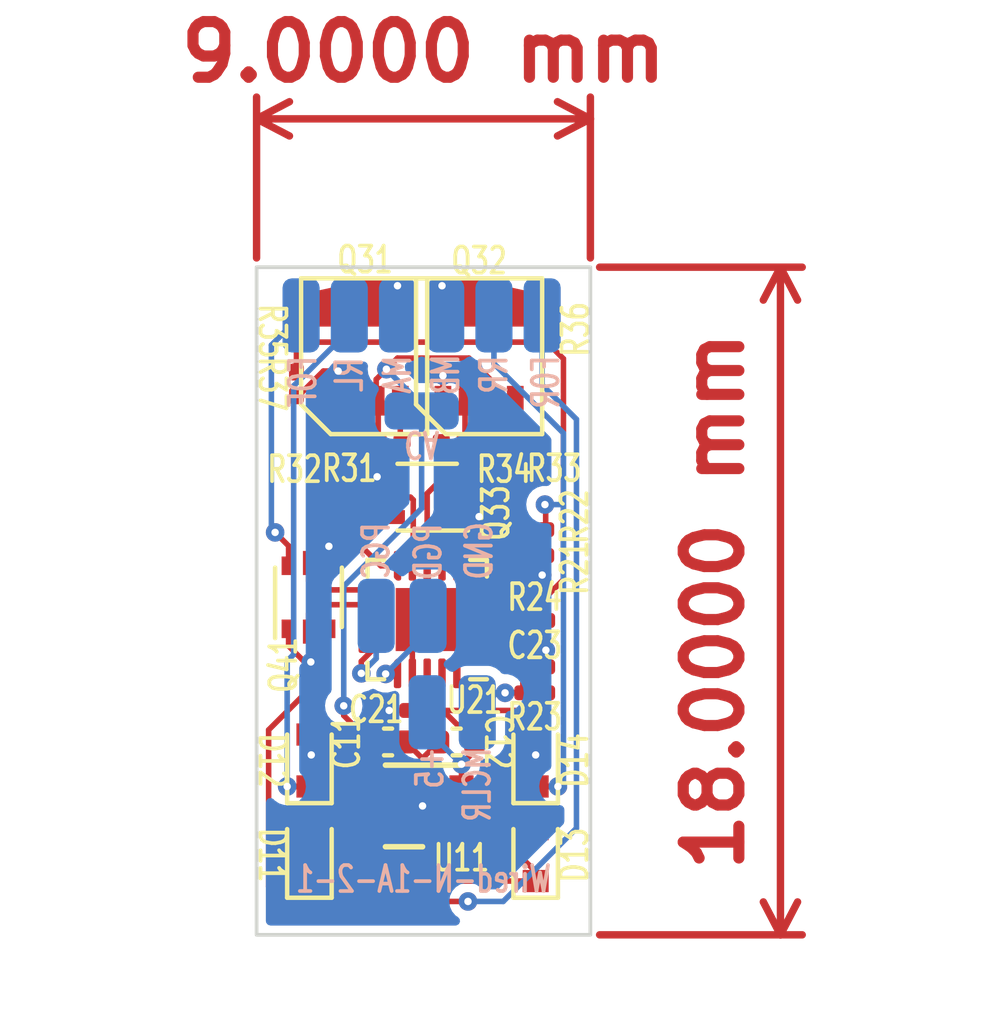
<source format=kicad_pcb>
(kicad_pcb (version 20211014) (generator pcbnew)
  (layers (0 "F.Cu" signal) (31 "B.Cu" signal) (34 "B.Paste" user) (35 "F.Paste" user) (36 "B.SilkS" user "B.Silkscreen") (37 "F.SilkS" user "F.Silkscreen") (38 "B.Mask" user) (39 "F.Mask" user) (44 "Edge.Cuts" user))
  (net 0 "")
  (net 1 "Vdrive")
  (net 2 "GND")
  (net 3 "+5V")
  (net 4 "RAIL_L")
  (net 5 "RAIL_R")
  (net 6 "MOT_A")
  (net 7 "MOT_B")
  (net 8 "Net-(Q31-Pad2)")
  (net 9 "Net-(Q31-Pad4)")
  (net 10 "Net-(Q32-Pad2)")
  (net 11 "Net-(Q32-Pad4)")
  (net 12 "FOF_SP")
  (net 13 "FOR_SP")
  (net 14 "F0R")
  (net 15 "F3")
  (net 16 "BackEMF")
  (net 17 "P1A")
  (net 18 "P1B")
  (net 19 "P1C")
  (net 20 "P1D")
  (net 21 "PGC")
  (net 22 "PGD")
  (net 23 "MCLR")
  (net 24 "F0F")
  (net 26 "Net-(R21-Pad1)")
  (net 31 "Net-(R24-Pad2)")
  (footprint "Resistor_SMD:R_0201_0603Metric" (layer "F.Cu") (at 57.5 61.475 180)
    (fp_text reference "R23" (at 0 -0.65 unlocked) (layer "F.SilkS") (effects (font (size 0.7 0.5) (thickness 0.1))))
    (fp_text value "10K")
    (pad "1" smd roundrect (at -0.32 0 180) (size 0.46 0.4) (layers "F.Cu" "F.Mask") (net 3 "+5V"))
    (pad "2" smd roundrect (at 0.32 0 180) (size 0.46 0.4) (layers "F.Cu" "F.Mask") (net 23 "MCLR"))
  )
  (footprint "Package_DFN_QFN:DFN-6-1EP_2x2mm_P0.65mm_EP1x1.6mm" (layer "F.Cu") (at 54.475 64.525 180)
    (fp_text reference "U11" (at -1.05 -1.4 unlocked) (layer "F.SilkS") (effects (font (size 0.7 0.5) (thickness 0.1))))
    (fp_text value "NCP730BMT500TBG")
    (fp_line (start -1 1.1) (end 1 1.1) (layer "F.SilkS") (width 0.15))
    (fp_line (start 0 -1.1) (end 1 -1.1) (layer "F.SilkS") (width 0.15))
    (pad "1" smd rect (at -1.05 -0.65 180) (size 0.65 0.35) (layers "F.Cu" "F.Paste" "F.Mask") (net 2 "GND"))
    (pad "2" smd rect (at -1.05 0 180) (size 0.65 0.35) (layers "F.Cu" "F.Paste" "F.Mask") (net 1 "Vdrive"))
    (pad "3" smd rect (at -1.05 0.65 180) (size 0.65 0.35) (layers "F.Cu" "F.Paste" "F.Mask") (net 3 "+5V"))
    (pad "4" smd rect (at 1.05 0.65 180) (size 0.65 0.35) (layers "F.Cu" "F.Paste" "F.Mask") (net 1 "Vdrive"))
    (pad "5" smd rect (at 1.05 0 180) (size 0.65 0.35) (layers "F.Cu" "F.Paste" "F.Mask"))
    (pad "6" smd rect (at 1.05 -0.65 180) (size 0.65 0.35) (layers "F.Cu" "F.Paste" "F.Mask"))
    (pad "7" smd rect (at 0 0 180) (size 1 1.6) (layers "F.Cu" "F.Mask") (net 2 "GND"))
  )
  (footprint "Resistor_SMD:R_0201_0603Metric" (layer "F.Cu") (at 57.475 57.075 180)
    (fp_text reference "R22" (at -1.1 0.35 90 unlocked) (layer "F.SilkS") (effects (font (size 0.7 0.5) (thickness 0.1))))
    (fp_text value "6K6")
    (pad "1" smd roundrect (at -0.32 0 180) (size 0.46 0.4) (layers "F.Cu" "F.Mask") (net 5 "RAIL_R"))
    (pad "2" smd roundrect (at 0.32 0 180) (size 0.46 0.4) (layers "F.Cu" "F.Mask") (net 26 "Net-(R21-Pad1)"))
  )
  (footprint "DCC Project Footprints:TSMT8" (layer "F.Cu") (at 52.9 52.4)
    (fp_text reference "Q31" (at 0.025 -2.6 unlocked) (layer "F.SilkS") (effects (font (size 0.7 0.5) (thickness 0.1))))
    (fp_text value "QH8MA3")
    (fp_line (start 1.7 -2.1) (end 1.7 2.1) (layer "F.SilkS") (width 0.12))
    (fp_line (start 1.7 2.1) (end -0.9 2.1) (layer "F.SilkS") (width 0.12))
    (fp_line (start -0.9 2.1) (end -1.7 1.3) (layer "F.SilkS") (width 0.12))
    (fp_line (start -1.7 1.3) (end -1.7 -2.1) (layer "F.SilkS") (width 0.12))
    (fp_line (start -1.7 -2.1) (end 1.7 -2.1) (layer "F.SilkS") (width 0.12))
    (pad "1" smd rect (at -0.975 1.2) (size 0.45 0.8) (layers "F.Cu" "F.Paste" "F.Mask") (net 2 "GND"))
    (pad "2" smd rect (at -0.325 1.2) (size 0.45 0.8) (layers "F.Cu" "F.Paste" "F.Mask") (net 8 "Net-(Q31-Pad2)"))
    (pad "3" smd rect (at 0.325 1.2) (size 0.45 0.8) (layers "F.Cu" "F.Paste" "F.Mask") (net 1 "Vdrive"))
    (pad "4" smd rect (at 0.975 1.2) (size 0.45 0.8) (layers "F.Cu" "F.Paste" "F.Mask") (net 9 "Net-(Q31-Pad4)"))
    (pad "5" smd rect (at 0.975 -1.2) (size 0.45 0.8) (layers "F.Cu" "F.Paste" "F.Mask") (net 6 "MOT_A"))
    (pad "6" smd rect (at 0.325 -1.2) (size 0.45 0.8) (layers "F.Cu" "F.Paste" "F.Mask") (net 6 "MOT_A"))
    (pad "7" smd rect (at -0.325 -1.2) (size 0.45 0.8) (layers "F.Cu" "F.Paste" "F.Mask") (net 6 "MOT_A"))
    (pad "8" smd rect (at -0.975 -1.2) (size 0.45 0.8) (layers "F.Cu" "F.Paste" "F.Mask") (net 6 "MOT_A"))
  )
  (footprint "Resistor_SMD:R_0201_0603Metric" (layer "F.Cu") (at 57.825 51.7 90)
    (fp_text reference "R36" (at 0.025 0.775 90 unlocked) (layer "F.SilkS") (effects (font (size 0.7 0.5) (thickness 0.1))))
    (fp_text value "1K3")
    (pad "1" smd roundrect (at -0.32 0 90) (size 0.46 0.4) (layers "F.Cu" "F.Mask") (net 16 "BackEMF"))
    (pad "2" smd roundrect (at 0.32 0 90) (size 0.46 0.4) (layers "F.Cu" "F.Mask") (net 7 "MOT_B"))
  )
  (footprint "Diode_SMD:D_SOD-523" (layer "F.Cu") (at 51.425 65.85 90)
    (fp_text reference "D11" (at 0 -1 270 unlocked) (layer "F.SilkS") (effects (font (size 0.7 0.5) (thickness 0.1))))
    (fp_text value "D_S")
    (fp_line (start 0.7 0.6) (end -1.15 0.6) (layer "F.SilkS") (width 0.12))
    (fp_line (start 0.7 -0.6) (end -1.15 -0.6) (layer "F.SilkS") (width 0.12))
    (fp_line (start -1.15 -0.6) (end -1.15 0.6) (layer "F.SilkS") (width 0.12))
    (pad "1" smd rect (at -0.7 0 270) (size 0.6 0.7) (layers "F.Cu" "F.Paste" "F.Mask") (net 1 "Vdrive"))
    (pad "2" smd rect (at 0.7 0 270) (size 0.6 0.7) (layers "F.Cu" "F.Paste" "F.Mask") (net 4 "RAIL_L"))
  )
  (footprint "Resistor_SMD:R_0201_0603Metric" (layer "F.Cu") (at 51.075 53.145 90)
    (fp_text reference "R37" (at -0.005 -0.65 270 unlocked) (layer "F.SilkS") (effects (font (size 0.7 0.5) (thickness 0.1))))
    (fp_text value "1K3")
    (pad "1" smd roundrect (at -0.32 0 90) (size 0.46 0.4) (layers "F.Cu" "F.Mask") (net 2 "GND"))
    (pad "2" smd roundrect (at 0.32 0 90) (size 0.46 0.4) (layers "F.Cu" "F.Mask") (net 16 "BackEMF"))
  )
  (footprint "Capacitor_SMD:C_0402_1005Metric" (layer "F.Cu") (at 53.545 62.8)
    (fp_text reference "C11" (at -1.12 0 90 unlocked) (layer "F.SilkS") (effects (font (size 0.7 0.5) (thickness 0.1))))
    (fp_text value "2.2uF")
    (fp_line (start -0.107836 0.36) (end 0.107836 0.36) (layer "F.SilkS") (width 0.12))
    (fp_line (start -0.107836 -0.36) (end 0.107836 -0.36) (layer "F.SilkS") (width 0.12))
    (pad "1" smd roundrect (at -0.48 0) (size 0.56 0.62) (layers "F.Cu" "F.Paste" "F.Mask") (net 1 "Vdrive"))
    (pad "2" smd roundrect (at 0.48 0) (size 0.56 0.62) (layers "F.Cu" "F.Paste" "F.Mask") (net 2 "GND"))
  )
  (footprint "Capacitor_SMD:C_0201_0603Metric" (layer "F.Cu") (at 54.4 61.95)
    (fp_text reference "C21" (at -1.175 -0.025 unlocked) (layer "F.SilkS") (effects (font (size 0.7 0.5) (thickness 0.1))))
    (fp_text value "100nF")
    (pad "1" smd roundrect (at -0.32 0) (size 0.46 0.4) (layers "F.Cu" "F.Mask") (net 2 "GND"))
    (pad "2" smd roundrect (at 0.32 0) (size 0.46 0.4) (layers "F.Cu" "F.Mask") (net 3 "+5V"))
  )
  (footprint "Package_TO_SOT_SMD:SOT-666" (layer "F.Cu") (at 51.4 58.9 90)
    (fp_text reference "Q41" (at -1.825 -0.675 90 unlocked) (layer "F.SilkS") (effects (font (size 0.7 0.5) (thickness 0.1))))
    (fp_text value "Q_Dual_NPN_PNP_BRT_E1B1C2E2B2C1")
    (fp_line (start -0.8 0.9) (end 0.8 0.9) (layer "F.SilkS") (width 0.12))
    (fp_line (start 0.8 -0.9) (end -1.1 -0.9) (layer "F.SilkS") (width 0.12))
    (pad "1" smd rect (at -0.85 -0.5375 90) (size 0.5 0.375) (layers "F.Cu" "F.Paste" "F.Mask") (net 2 "GND"))
    (pad "2" smd rect (at -0.925 0 90) (size 0.65 0.3) (layers "F.Cu" "F.Paste" "F.Mask") (net 24 "F0F"))
    (pad "3" smd rect (at -0.85 0.5375 90) (size 0.5 0.375) (layers "F.Cu" "F.Paste" "F.Mask") (net 13 "FOR_SP"))
    (pad "4" smd rect (at 0.85 0.5375 90) (size 0.5 0.375) (layers "F.Cu" "F.Paste" "F.Mask") (net 2 "GND"))
    (pad "5" smd rect (at 0.925 0 90) (size 0.65 0.3) (layers "F.Cu" "F.Paste" "F.Mask") (net 14 "F0R"))
    (pad "6" smd rect (at 0.85 -0.5375 90) (size 0.5 0.375) (layers "F.Cu" "F.Paste" "F.Mask") (net 12 "FOF_SP"))
  )
  (footprint "Resistor_SMD:R_0201_0603Metric" (layer "F.Cu") (at 56.7 54.7)
    (fp_text reference "R33" (at 1.325 0.725 unlocked) (layer "F.SilkS") (effects (font (size 0.7 0.5) (thickness 0.1))))
    (fp_text value "10K")
    (pad "1" smd roundrect (at -0.32 0) (size 0.46 0.4) (layers "F.Cu" "F.Mask") (net 1 "Vdrive"))
    (pad "2" smd roundrect (at 0.32 0) (size 0.46 0.4) (layers "F.Cu" "F.Mask") (net 11 "Net-(Q32-Pad4)"))
  )
  (footprint "Resistor_SMD:R_0201_0603Metric" (layer "F.Cu") (at 52.2 54.7)
    (fp_text reference "R32" (at -1.175 0.75 unlocked) (layer "F.SilkS") (effects (font (size 0.7 0.5) (thickness 0.1))))
    (fp_text value "220")
    (pad "1" smd roundrect (at -0.32 0) (size 0.46 0.4) (layers "F.Cu" "F.Mask") (net 18 "P1B"))
    (pad "2" smd roundrect (at 0.32 0) (size 0.46 0.4) (layers "F.Cu" "F.Mask") (net 8 "Net-(Q31-Pad2)"))
  )
  (footprint "Diode_SMD:D_SOD-523" (layer "F.Cu") (at 51.425 63.3 90)
    (fp_text reference "D12" (at 0 -1 270 unlocked) (layer "F.SilkS") (effects (font (size 0.7 0.5) (thickness 0.1))))
    (fp_text value "D_S")
    (fp_line (start 0.7 0.6) (end -1.15 0.6) (layer "F.SilkS") (width 0.12))
    (fp_line (start -1.15 -0.6) (end -1.15 0.6) (layer "F.SilkS") (width 0.12))
    (fp_line (start 0.7 -0.6) (end -1.15 -0.6) (layer "F.SilkS") (width 0.12))
    (pad "1" smd rect (at -0.7 0 270) (size 0.6 0.7) (layers "F.Cu" "F.Paste" "F.Mask") (net 4 "RAIL_L"))
    (pad "2" smd rect (at 0.7 0 270) (size 0.6 0.7) (layers "F.Cu" "F.Paste" "F.Mask") (net 2 "GND"))
  )
  (footprint "Resistor_SMD:R_0201_0603Metric" (layer "F.Cu") (at 55.3 54.7 180)
    (fp_text reference "R34" (at -1.375 -0.75 unlocked) (layer "F.SilkS") (effects (font (size 0.7 0.5) (thickness 0.1))))
    (fp_text value "220")
    (pad "1" smd roundrect (at -0.32 0 180) (size 0.46 0.4) (layers "F.Cu" "F.Mask") (net 10 "Net-(Q32-Pad2)"))
    (pad "2" smd roundrect (at 0.32 0 180) (size 0.46 0.4) (layers "F.Cu" "F.Mask") (net 20 "P1D"))
  )
  (footprint "Resistor_SMD:R_0201_0603Metric" (layer "F.Cu") (at 53.6 54.7 180)
    (fp_text reference "R31" (at 1.1 -0.725 unlocked) (layer "F.SilkS") (effects (font (size 0.7 0.5) (thickness 0.1))))
    (fp_text value "10K")
    (pad "1" smd roundrect (at -0.32 0 180) (size 0.46 0.4) (layers "F.Cu" "F.Mask") (net 9 "Net-(Q31-Pad4)"))
    (pad "2" smd roundrect (at 0.32 0 180) (size 0.46 0.4) (layers "F.Cu" "F.Mask") (net 1 "Vdrive"))
  )
  (footprint "Resistor_SMD:R_0201_0603Metric" (layer "F.Cu") (at 51.075 51.7 90)
    (fp_text reference "R35" (at -0.025 -0.65 -90 unlocked) (layer "F.SilkS") (effects (font (size 0.7 0.5) (thickness 0.1))))
    (fp_text value "6K6")
    (pad "1" smd roundrect (at -0.32 0 90) (size 0.46 0.4) (layers "F.Cu" "F.Mask") (net 16 "BackEMF"))
    (pad "2" smd roundrect (at 0.32 0 90) (size 0.46 0.4) (layers "F.Cu" "F.Mask") (net 6 "MOT_A"))
  )
  (footprint "DCC Project Footprints:TSMT8" (layer "F.Cu") (at 56 52.4)
    (fp_text reference "Q32" (at 0 -2.575 unlocked) (layer "F.SilkS") (effects (font (size 0.7 0.5) (thickness 0.1))))
    (fp_text value "QH8MA3")
    (fp_line (start -1.7 1.3) (end -1.7 -2.1) (layer "F.SilkS") (width 0.12))
    (fp_line (start -0.9 2.1) (end -1.7 1.3) (layer "F.SilkS") (width 0.12))
    (fp_line (start -1.7 -2.1) (end 1.7 -2.1) (layer "F.SilkS") (width 0.12))
    (fp_line (start 1.7 2.1) (end -0.9 2.1) (layer "F.SilkS") (width 0.12))
    (fp_line (start 1.7 -2.1) (end 1.7 2.1) (layer "F.SilkS") (width 0.12))
    (pad "1" smd rect (at -0.975 1.2) (size 0.45 0.8) (layers "F.Cu" "F.Paste" "F.Mask") (net 2 "GND"))
    (pad "2" smd rect (at -0.325 1.2) (size 0.45 0.8) (layers "F.Cu" "F.Paste" "F.Mask") (net 10 "Net-(Q32-Pad2)"))
    (pad "3" smd rect (at 0.325 1.2) (size 0.45 0.8) (layers "F.Cu" "F.Paste" "F.Mask") (net 1 "Vdrive"))
    (pad "4" smd rect (at 0.975 1.2) (size 0.45 0.8) (layers "F.Cu" "F.Paste" "F.Mask") (net 11 "Net-(Q32-Pad4)"))
    (pad "5" smd rect (at 0.975 -1.2) (size 0.45 0.8) (layers "F.Cu" "F.Paste" "F.Mask") (net 7 "MOT_B"))
    (pad "6" smd rect (at 0.325 -1.2) (size 0.45 0.8) (layers "F.Cu" "F.Paste" "F.Mask") (net 7 "MOT_B"))
    (pad "7" smd rect (at -0.325 -1.2) (size 0.45 0.8) (layers "F.Cu" "F.Paste" "F.Mask") (net 7 "MOT_B"))
    (pad "8" smd rect (at -0.975 -1.2) (size 0.45 0.8) (layers "F.Cu" "F.Paste" "F.Mask") (net 7 "MOT_B"))
  )
  (footprint "Diode_SMD:D_SOD-523" (layer "F.Cu") (at 57.525 63.3 90)
    (fp_text reference "D14" (at 0 1.05 90 unlocked) (layer "F.SilkS") (effects (font (size 0.7 0.5) (thickness 0.1))))
    (fp_text value "D_S")
    (fp_line (start 0.7 -0.6) (end -1.15 -0.6) (layer "F.SilkS") (width 0.12))
    (fp_line (start -1.15 -0.6) (end -1.15 0.6) (layer "F.SilkS") (width 0.12))
    (fp_line (start 0.7 0.6) (end -1.15 0.6) (layer "F.SilkS") (width 0.12))
    (pad "1" smd rect (at -0.7 0 270) (size 0.6 0.7) (layers "F.Cu" "F.Paste" "F.Mask") (net 5 "RAIL_R"))
    (pad "2" smd rect (at 0.7 0 270) (size 0.6 0.7) (layers "F.Cu" "F.Paste" "F.Mask") (net 2 "GND"))
  )
  (footprint "Capacitor_SMD:C_0402_1005Metric" (layer "F.Cu") (at 55.395 62.8 180)
    (fp_text reference "C12" (at -1.13 0 270 unlocked) (layer "F.SilkS") (effects (font (size 0.7 0.5) (thickness 0.1))))
    (fp_text value "2.2uF")
    (fp_line (start -0.107836 0.36) (end 0.107836 0.36) (layer "F.SilkS") (width 0.12))
    (fp_line (start -0.107836 -0.36) (end 0.107836 -0.36) (layer "F.SilkS") (width 0.12))
    (pad "1" smd roundrect (at -0.48 0 180) (size 0.56 0.62) (layers "F.Cu" "F.Paste" "F.Mask") (net 3 "+5V"))
    (pad "2" smd roundrect (at 0.48 0 180) (size 0.56 0.62) (layers "F.Cu" "F.Paste" "F.Mask") (net 2 "GND"))
  )
  (footprint "Capacitor_SMD:C_0201_0603Metric" (layer "F.Cu") (at 57.5 60.775 180)
    (fp_text reference "C23" (at 0 0.575 unlocked) (layer "F.SilkS") (effects (font (size 0.7 0.5) (thickness 0.1))))
    (fp_text value "100nF")
    (pad "1" smd roundrect (at -0.32 0 180) (size 0.46 0.4) (layers "F.Cu" "F.Mask") (net 2 "GND"))
    (pad "2" smd roundrect (at 0.32 0 180) (size 0.46 0.4) (layers "F.Cu" "F.Mask") (net 23 "MCLR"))
  )
  (footprint "Resistor_SMD:R_0201_0603Metric" (layer "F.Cu") (at 57.475 57.775)
    (fp_text reference "R21" (at 1.1 0.325 90 unlocked) (layer "F.SilkS") (effects (font (size 0.7 0.5) (thickness 0.1))))
    (fp_text value "1K3")
    (pad "1" smd roundrect (at -0.32 0) (size 0.46 0.4) (layers "F.Cu" "F.Mask") (net 26 "Net-(R21-Pad1)"))
    (pad "2" smd roundrect (at 0.32 0) (size 0.46 0.4) (layers "F.Cu" "F.Mask") (net 2 "GND"))
  )
  (footprint "Resistor_SMD:R_0201_0603Metric" (layer "F.Cu") (at 57.5 59.525 180)
    (fp_text reference "R24" (at 0 0.625 unlocked) (layer "F.SilkS") (effects (font (size 0.7 0.5) (thickness 0.1))))
    (fp_text value "10K")
    (pad "1" smd roundrect (at -0.32 0 180) (size 0.46 0.4) (layers "F.Cu" "F.Mask") (net 23 "MCLR"))
    (pad "2" smd roundrect (at 0.32 0 180) (size 0.46 0.4) (layers "F.Cu" "F.Mask") (net 31 "Net-(R24-Pad2)"))
  )
  (footprint "Package_TO_SOT_SMD:SOT-666" (layer "F.Cu") (at 54.6 56.2 180)
    (fp_text reference "Q33" (at -1.85 -0.425 90 unlocked) (layer "F.SilkS") (effects (font (size 0.7 0.5) (thickness 0.1))))
    (fp_text value "Q_Dual_NPN_PNP_BRT_E1B1C2E2B2C1")
    (fp_line (start -0.8 0.9) (end 0.8 0.9) (layer "F.SilkS") (width 0.12))
    (fp_line (start 0.8 -0.9) (end -1.1 -0.9) (layer "F.SilkS") (width 0.12))
    (pad "1" smd rect (at -0.85 -0.5375 180) (size 0.5 0.375) (layers "F.Cu" "F.Paste" "F.Mask") (net 2 "GND"))
    (pad "2" smd rect (at -0.925 0 180) (size 0.65 0.3) (layers "F.Cu" "F.Paste" "F.Mask") (net 17 "P1A"))
    (pad "3" smd rect (at -0.85 0.5375 180) (size 0.5 0.375) (layers "F.Cu" "F.Paste" "F.Mask") (net 11 "Net-(Q32-Pad4)"))
    (pad "4" smd rect (at 0.85 0.5375 180) (size 0.5 0.375) (layers "F.Cu" "F.Paste" "F.Mask") (net 2 "GND"))
    (pad "5" smd rect (at 0.925 0 180) (size 0.65 0.3) (layers "F.Cu" "F.Paste" "F.Mask") (net 19 "P1C"))
    (pad "6" smd rect (at 0.85 -0.5375 180) (size 0.5 0.375) (layers "F.Cu" "F.Paste" "F.Mask") (net 9 "Net-(Q31-Pad4)"))
  )
  (footprint "Package_DFN_QFN:VQFN-20-1EP_3x3mm_P0.4mm_EP1.7x1.7mm" (layer "F.Cu") (at 54.6 59.5 180)
    (fp_text reference "U21" (at -1.275 -2.175 unlocked) (layer "F.SilkS") (effects (font (size 0.7 0.5) (thickness 0.1))))
    (fp_text value "PIC18F")
    (fp_line (start 1.16 -1.61) (end 1.61 -1.61) (layer "F.SilkS") (width 0.12))
    (fp_line (start -1.16 -1.61) (end -1.61 -1.61) (layer "F.SilkS") (width 0.12))
    (fp_line (start 1.61 1.61) (end 1.61 1.16) (layer "F.SilkS") (width 0.12))
    (fp_line (start 1.61 -1.61) (end 1.61 -1.16) (layer "F.SilkS") (width 0.12))
    (fp_line (start 1.16 1.61) (end 1.61 1.61) (layer "F.SilkS") (width 0.12))
    (fp_line (start -1.61 1.61) (end -1.61 1.16) (layer "F.SilkS") (width 0.12))
    (fp_line (start -1.16 1.61) (end -1.61 1.61) (layer "F.SilkS") (width 0.12))
    (pad "1" smd custom (at -1.45 -0.8 180) (size 0.143431 0.143431) (layers "F.Cu" "F.Paste" "F.Mask") (net 31 "Net-(R24-Pad2)") (options (clearance outline) (anchor circle)) (primitives (gr_poly (pts (xy 0.35 0.000711) (xy 0.35 0.05) (xy -0.35 0.05) (xy -0.35 -0.05) (xy 0.299289 -0.05)) (width 0.1) (fill yes))))
    (pad "2" smd roundrect (at -1.45 -0.4 180) (size 0.8 0.2) (layers "F.Cu" "F.Paste" "F.Mask"))
    (pad "3" smd roundrect (at -1.45 0 180) (size 0.8 0.2) (layers "F.Cu" "F.Paste" "F.Mask"))
    (pad "4" smd roundrect (at -1.45 0.4 180) (size 0.8 0.2) (layers "F.Cu" "F.Paste" "F.Mask") (net 16 "BackEMF"))
    (pad "5" smd custom (at -1.45 0.8 180) (size 0.143431 0.143431) (layers "F.Cu" "F.Paste" "F.Mask") (net 26 "Net-(R21-Pad1)") (options (clearance outline) (anchor circle)) (primitives (gr_poly (pts (xy 0.35 -0.000711) (xy 0.299289 0.05) (xy -0.35 0.05) (xy -0.35 -0.05) (xy 0.35 -0.05)) (width 0.1) (fill yes))))
    (pad "6" smd custom (at -0.8 1.45 180) (size 0.143431 0.143431) (layers "F.Cu" "F.Paste" "F.Mask") (options (clearance outline) (anchor circle)) (primitives (gr_poly (pts (xy 0.05 0.35) (xy -0.05 0.35) (xy -0.05 -0.299289) (xy 0.000711 -0.35) (xy 0.05 -0.35)) (width 0.1) (fill yes))))
    (pad "7" smd roundrect (at -0.4 1.45 180) (size 0.2 0.8) (layers "F.Cu" "F.Paste" "F.Mask") (net 17 "P1A"))
    (pad "8" smd roundrect (at 0 1.45 180) (size 0.2 0.8) (layers "F.Cu" "F.Paste" "F.Mask") (net 20 "P1D"))
    (pad "9" smd roundrect (at 0.4 1.45 180) (size 0.2 0.8) (layers "F.Cu" "F.Paste" "F.Mask") (net 19 "P1C"))
    (pad "10" smd custom (at 0.8 1.45 180) (size 0.143431 0.143431) (layers "F.Cu" "F.Paste" "F.Mask") (net 18 "P1B") (options (clearance outline) (anchor circle)) (primitives (gr_poly (pts (xy 0.05 -0.299289) (xy 0.05 0.35) (xy -0.05 0.35) (xy -0.05 -0.35) (xy -0.000711 -0.35)) (width 0.1) (fill yes))))
    (pad "11" smd custom (at 1.45 0.8 180) (size 0.143431 0.143431) (layers "F.Cu" "F.Paste" "F.Mask") (net 14 "F0R") (options (clearance outline) (anchor circle)) (primitives (gr_poly (pts (xy 0.35 0.05) (xy -0.299289 0.05) (xy -0.35 -0.000711) (xy -0.35 -0.05) (xy 0.35 -0.05)) (width 0.1) (fill yes))))
    (pad "12" smd roundrect (at 1.45 0.4 180) (size 0.8 0.2) (layers "F.Cu" "F.Paste" "F.Mask") (net 24 "F0F"))
    (pad "13" smd roundrect (at 1.45 0 180) (size 0.8 0.2) (layers "F.Cu" "F.Paste" "F.Mask"))
    (pad "14" smd roundrect (at 1.45 -0.4 180) (size 0.8 0.2) (layers "F.Cu" "F.Paste" "F.Mask") (net 15 "F3"))
    (pad "15" smd custom (at 1.45 -0.8 180) (size 0.143431 0.143431) (layers "F.Cu" "F.Paste" "F.Mask") (net 21 "PGC") (options (clearance outline) (anchor circle)) (primitives (gr_poly (pts (xy 0.35 0.05) (xy -0.35 0.05) (xy -0.35 0.000711) (xy -0.299289 -0.05) (xy 0.35 -0.05)) (width 0.1) (fill yes))))
    (pad "16" smd custom (at 0.8 -1.45 180) (size 0.143431 0.143431) (layers "F.Cu" "F.Paste" "F.Mask") (net 22 "PGD") (options (clearance outline) (anchor circle)) (primitives (gr_poly (pts (xy 0.05 0.299289) (xy -0.000711 0.35) (xy -0.05 0.35) (xy -0.05 -0.35) (xy 0.05 -0.35)) (width 0.1) (fill yes))))
    (pad "17" smd roundrect (at 0.4 -1.45 180) (size 0.2 0.8) (layers "F.Cu" "F.Paste" "F.Mask") (net 2 "GND"))
    (pad "18" smd roundrect (at 0 -1.45 180) (size 0.2 0.8) (layers "F.Cu" "F.Paste" "F.Mask") (net 3 "+5V"))
    (pad "19" smd roundrect (at -0.4 -1.45 180) (size 0.2 0.8) (layers "F.Cu" "F.Paste" "F.Mask"))
    (pad "20" smd custom (at -0.8 -1.45 180) (size 0.143431 0.143431) (layers "F.Cu" "F.Paste" "F.Mask") (options (clearance outline) (anchor circle)) (primitives (gr_poly (pts (xy 0.05 0.35) (xy 0.000711 0.35) (xy -0.05 0.299289) (xy -0.05 -0.35) (xy 0.05 -0.35)) (width 0.1) (fill yes))))
    (pad "21" smd rect (at 0 0 180) (size 1.7 1.7) (layers "F.Cu" "F.Mask") (net 2 "GND"))
  )
  (footprint "Diode_SMD:D_SOD-523" (layer "F.Cu") (at 57.525 65.85 90)
    (fp_text reference "D13" (at 0 1.05 90 unlocked) (layer "F.SilkS") (effects (font (size 0.7 0.5) (thickness 0.1))))
    (fp_text value "D_S")
    (fp_line (start 0.7 0.6) (end -1.15 0.6) (layer "F.SilkS") (width 0.12))
    (fp_line (start -1.15 -0.6) (end -1.15 0.6) (layer "F.SilkS") (width 0.12))
    (fp_line (start 0.7 -0.6) (end -1.15 -0.6) (layer "F.SilkS") (width 0.12))
    (pad "1" smd rect (at -0.7 0 270) (size 0.6 0.7) (layers "F.Cu" "F.Paste" "F.Mask") (net 1 "Vdrive"))
    (pad "2" smd rect (at 0.7 0 270) (size 0.6 0.7) (layers "F.Cu" "F.Paste" "F.Mask") (net 5 "RAIL_R"))
  )
  (footprint "Connector_Wire:SolderWirePad_1x01_SMD_1x2mm" (layer "B.Cu") (at 52.5 51.3 180)
    (fp_text reference "J10" hide)
    (fp_text value "RL" (at 0 -1.6 90 unlocked) (layer "B.SilkS") (effects (font (size 0.7 0.5) (thickness 0.1)) (justify mirror)))
    (pad "1" smd roundrect (at 0 0 180) (size 1 2) (layers "B.Cu" "B.Paste" "B.Mask") (net 4 "RAIL_L"))
  )
  (footprint "Connector_Wire:SolderWirePad_1x01_SMD_1x2mm" (layer "B.Cu") (at 54.625 59.4 180)
    (fp_text reference "J17" hide)
    (fp_text value "PGD" (at 0 1.725 90 unlocked) (layer "B.SilkS") (effects (font (size 0.7 0.5) (thickness 0.1)) (justify mirror)))
    (pad "1" smd roundrect (at 0 0 180) (size 1 2) (layers "B.Cu" "B.Paste" "B.Mask") (net 22 "PGD"))
  )
  (footprint "Connector_Wire:SolderWirePad_1x01_SMD_1x2mm" (layer "B.Cu") (at 54.45 53.875 -90)
    (fp_text reference "J1" hide)
    (fp_text value "CA" (at 0.9 0 -180 unlocked) (layer "B.SilkS") (effects (font (size 0.7 0.5) (thickness 0.1)) (justify mirror)))
    (pad "1" smd roundrect (at 0 0 270) (size 1 2) (layers "B.Cu" "B.Paste" "B.Mask") (net 1 "Vdrive"))
  )
  (footprint "Connector_Wire:SolderWirePad_1x01_SMD_1x2mm" (layer "B.Cu") (at 54.6 62 180)
    (fp_text reference "J15" hide)
    (fp_text value "+5" (at -0.075 -1.5 90 unlocked) (layer "B.SilkS") (effects (font (size 0.7 0.5) (thickness 0.1)) (justify mirror)))
    (pad "1" smd roundrect (at 0 0 180) (size 1 2) (layers "B.Cu" "B.Paste" "B.Mask") (net 3 "+5V"))
  )
  (footprint "Connector_Wire:SolderWirePad_1x01_SMD_1x2mm" (layer "B.Cu") (at 57.7 51.3 180)
    (fp_text reference "J13" hide)
    (fp_text value "F0R" (at -0.1 -1.8 90 unlocked) (layer "B.SilkS") (effects (font (size 0.7 0.5) (thickness 0.1)) (justify mirror)))
    (pad "1" smd roundrect (at 0 0 180) (size 1 2) (layers "B.Cu" "B.Paste" "B.Mask") (net 13 "FOR_SP"))
  )
  (footprint "Connector_Wire:SolderWirePad_1x01_SMD_1x2mm" (layer "B.Cu") (at 51.2 51.3 180)
    (fp_text reference "J12" hide)
    (fp_text value "FOF" (at -0.05 -1.8 90 unlocked) (layer "B.SilkS") (effects (font (size 0.7 0.5) (thickness 0.1)) (justify mirror)))
    (pad "1" smd roundrect (at 0 0 180) (size 1 2) (layers "B.Cu" "B.Paste" "B.Mask") (net 12 "FOF_SP"))
  )
  (footprint "Connector_Wire:SolderWirePad_1x01_SMD_1x2mm" (layer "B.Cu") (at 56.4 51.3 180)
    (fp_text reference "J11" hide)
    (fp_text value "RR" (at 0 -1.6 90 unlocked) (layer "B.SilkS") (effects (font (size 0.7 0.5) (thickness 0.1)) (justify mirror)))
    (pad "1" smd roundrect (at 0 0 180) (size 1 2) (layers "B.Cu" "B.Paste" "B.Mask") (net 5 "RAIL_R"))
  )
  (footprint "Connector_Wire:SolderWirePad_1x01_SMD_1x2mm" (layer "B.Cu") (at 56.025 59.4 180)
    (fp_text reference "J16" hide)
    (fp_text value "GND" (at 0.025 1.75 90 unlocked) (layer "B.SilkS") (effects (font (size 0.7 0.5) (thickness 0.1)) (justify mirror)))
    (pad "1" smd roundrect (at 0 0 180) (size 1 2) (layers "B.Cu" "B.Paste" "B.Mask") (net 2 "GND"))
  )
  (footprint "Connector_Wire:SolderWirePad_1x01_SMD_1x2mm" (layer "B.Cu") (at 55.1 51.3 180)
    (fp_text reference "J3" hide)
    (fp_text value "MB" (at 0 -1.6 90 unlocked) (layer "B.SilkS") (effects (font (size 0.7 0.5) (thickness 0.1)) (justify mirror)))
    (pad "1" smd roundrect (at 0 0 180) (size 1 2) (layers "B.Cu" "B.Paste" "B.Mask") (net 7 "MOT_B"))
  )
  (footprint "Connector_Wire:SolderWirePad_1x01_SMD_1x2mm" (layer "B.Cu") (at 55.95 62 180)
    (fp_text reference "J14" hide)
    (fp_text value "MCLR" (at 0 -1.95 90 unlocked) (layer "B.SilkS") (effects (font (size 0.7 0.5) (thickness 0.1)) (justify mirror)))
    (pad "1" smd roundrect (at 0 0 180) (size 1 2) (layers "B.Cu" "B.Paste" "B.Mask") (net 23 "MCLR"))
  )
  (footprint "Connector_Wire:SolderWirePad_1x01_SMD_1x2mm" (layer "B.Cu") (at 53.225 59.4 180)
    (fp_text reference "J18" hide)
    (fp_text value "PGC" (at 0 1.75 90 unlocked) (layer "B.SilkS") (effects (font (size 0.7 0.5) (thickness 0.1)) (justify mirror)))
    (pad "1" smd roundrect (at 0 0 180) (size 1 2) (layers "B.Cu" "B.Paste" "B.Mask") (net 21 "PGC"))
  )
  (footprint "Connector_Wire:SolderWirePad_1x01_SMD_1x2mm" (layer "B.Cu") (at 53.8 51.3 180)
    (fp_text reference "J2" hide)
    (fp_text value "MA" (at 0 -1.6 90 unlocked) (layer "B.SilkS") (effects (font (size 0.7 0.5) (thickness 0.1)) (justify mirror)))
    (pad "1" smd roundrect (at 0 0 180) (size 1 2) (layers "B.Cu" "B.Paste" "B.Mask") (net 6 "MOT_A"))
  )
  (gr_rect (start 50 50) (end 59 68) (layer "Edge.Cuts") (width 0.1) (fill none))
  (gr_text "Wired-N-1A-2-1" (at 54.5 66.5) (layer "B.SilkS") (effects (font (size 0.7 0.5) (thickness 0.1)) (justify mirror)))
  (dimension (type aligned) (layer "F.Cu") (pts (xy 59 50) (xy 59 68)) (height -5.125) (gr_text "18.0000 mm" (at 62.325 59 90) (layer "F.Cu") (effects (font (size 1.5 1.5) (thickness 0.3)))) (format (units 3) (units_format 1) (precision 4)) (style (thickness 0.2) (arrow_length 1) (text_position_mode 0) (extension_height 0.58642) (extension_offset 0.25) keep_text_aligned))
  (dimension (type aligned) (layer "F.Cu") (pts (xy 50 50) (xy 59 50)) (height -4) (gr_text "9.0000 mm" (at 54.5 44.2) (layer "F.Cu") (effects (font (size 1.5 1.5) (thickness 0.3)))) (format (units 3) (units_format 1) (precision 4)) (style (thickness 0.2) (arrow_length 1) (text_position_mode 0) (extension_height 0.58642) (extension_offset 0.25) keep_text_aligned))
  (segment (start 55.725499 52.450499) (end 53.799501 52.450499) (width 0.15) (layer "F.Cu") (net 1))
  (segment (start 52.425 64.6) (end 53.15 63.875) (width 0.15) (layer "F.Cu") (net 1))
  (segment (start 52.35 62.085) (end 53.065 62.8) (width 0.15) (layer "F.Cu") (net 1))
  (segment (start 53.28 53.655) (end 53.225 53.6) (width 0.15) (layer "F.Cu") (net 1))
  (segment (start 52.425 65.55) (end 51.425 66.55) (width 0.15) (layer "F.Cu") (net 1))
  (segment (start 56.325 53.6) (end 56.325 54.645) (width 0.15) (layer "F.Cu") (net 1))
  (segment (start 53.799501 52.450499) (end 53.5 52.75) (width 0.15) (layer "F.Cu") (net 1))
  (segment (start 56.325 53.05) (end 55.725499 52.450499) (width 0.15) (layer "F.Cu") (net 1))
  (segment (start 56.325 54.645) (end 56.38 54.7) (width 0.15) (layer "F.Cu") (net 1))
  (segment (start 52.35 61.825) (end 52.35 62.085) (width 0.15) (layer "F.Cu") (net 1))
  (segment (start 51.425 66.55) (end 57.525 66.55) (width 0.15) (layer "F.Cu") (net 1))
  (segment (start 53.15 63.875) (end 53.425 63.875) (width 0.15) (layer "F.Cu") (net 1))
  (segment (start 57.525 66.55) (end 57.525 66.3) (width 0.15) (layer "F.Cu") (net 1))
  (segment (start 53.225 53.6) (end 53.225 53.025) (width 0.15) (layer "F.Cu") (net 1))
  (segment (start 53.225 53.025) (end 53.5 52.75) (width 0.15) (layer "F.Cu") (net 1))
  (segment (start 57.525 66.3) (end 55.75 64.525) (width 0.15) (layer "F.Cu") (net 1))
  (segment (start 56.325 53.6) (end 56.325 53.05) (width 0.15) (layer "F.Cu") (net 1))
  (segment (start 52.425 64.6) (end 52.425 65.55) (width 0.15) (layer "F.Cu") (net 1))
  (segment (start 53.28 54.7) (end 53.28 53.655) (width 0.15) (layer "F.Cu") (net 1))
  (segment (start 53.425 63.875) (end 53.425 63.16) (width 0.15) (layer "F.Cu") (net 1))
  (segment (start 53.425 63.16) (end 53.065 62.8) (width 0.15) (layer "F.Cu") (net 1))
  (segment (start 55.75 64.525) (end 55.525 64.525) (width 0.15) (layer "F.Cu") (net 1))
  (via (at 52.35 61.825) (size 0.5) (drill 0.2) (layers "F.Cu" "B.Cu") (net 1))
  (via (at 53.5 52.75) (size 0.5) (drill 0.2) (layers "F.Cu" "B.Cu") (net 1))
  (segment (start 52.35 58.603928) (end 54.45 56.503928) (width 0.15) (layer "B.Cu") (net 1))
  (segment (start 54.45 56.503928) (end 54.45 53.875) (width 0.15) (layer "B.Cu") (net 1))
  (segment (start 52.35 61.825) (end 52.35 58.603928) (width 0.15) (layer "B.Cu") (net 1))
  (segment (start 53.5 52.75) (end 54.45 53.7) (width 0.15) (layer "B.Cu") (net 1))
  (segment (start 54.45 53.7) (end 54.45 53.875) (width 0.15) (layer "B.Cu") (net 1))
  (segment (start 56 56.725) (end 56.0375 56.7375) (width 0.15) (layer "F.Cu") (net 2))
  (segment (start 54.2 61.83) (end 54.08 61.95) (width 0.15) (layer "F.Cu") (net 2))
  (segment (start 55.525 65.175) (end 55.125 65.175) (width 0.15) (layer "F.Cu") (net 2))
  (segment (start 51.8 52.8) (end 52.2 52.8) (width 0.15) (layer "F.Cu") (net 2))
  (segment (start 54.475 63.24) (end 54.475 64.525) (width 0.15) (layer "F.Cu") (net 2))
  (segment (start 54.2 60.95) (end 54.2 59.9) (width 0.15) (layer "F.Cu") (net 2))
  (segment (start 57.795 58.205) (end 57.7 58.3) (width 0.15) (layer "F.Cu") (net 2))
  (segment (start 56.0375 56.7375) (end 55.45 56.7375) (width 0.15) (layer "F.Cu") (net 2))
  (segment (start 55.025 53.6) (end 55.025 52.925) (width 0.15) (layer "F.Cu") (net 2))
  (segment (start 50.8625 59.75) (end 50.8625 60.211522) (width 0.15) (layer "F.Cu") (net 2))
  (segment (start 51.9375 58.05) (end 51.9375 57.5375) (width 0.15) (layer "F.Cu") (net 2))
  (segment (start 54.915 62.8) (end 54.475 63.24) (width 0.15) (layer "F.Cu") (net 2))
  (segment (start 51.135 53.465) (end 51.8 52.8) (width 0.15) (layer "F.Cu") (net 2))
  (segment (start 54.475 64.525) (end 54.475 63.25) (width 0.15) (layer "F.Cu") (net 2))
  (segment (start 51.9375 57.5375) (end 51.95 57.525) (width 0.15) (layer "F.Cu") (net 2))
  (segment (start 57.795 60.28) (end 57.8 60.275) (width 0.15) (layer "F.Cu") (net 2))
  (segment (start 57.795 57.775) (end 57.795 58.205) (width 0.15) (layer "F.Cu") (net 2))
  (segment (start 51.075 53.465) (end 51.135 53.465) (width 0.15) (layer "F.Cu") (net 2))
  (segment (start 53.2625 55.6625) (end 53.25 55.65) (width 0.15) (layer "F.Cu") (net 2))
  (segment (start 55.125 65.175) (end 54.475 64.525) (width 0.15) (layer "F.Cu") (net 2))
  (segment (start 53.75 55.6625) (end 53.2625 55.6625) (width 0.15) (layer "F.Cu") (net 2))
  (segment (start 54.2 59.9) (end 54.6 59.5) (width 0.15) (layer "F.Cu") (net 2))
  (segment (start 54.475 63.25) (end 54.025 62.8) (width 0.15) (layer "F.Cu") (net 2))
  (segment (start 54.2 60.95) (end 54.2 61.83) (width 0.15) (layer "F.Cu") (net 2))
  (segment (start 51.925 53.6) (end 51.925 53.075) (width 0.15) (layer "F.Cu") (net 2))
  (segment (start 51.2944 60.643422) (end 51.463 60.643422) (width 0.15) (layer "F.Cu") (net 2))
  (segment (start 50.8625 60.211522) (end 51.2944 60.643422) (width 0.15) (layer "F.Cu") (net 2))
  (segment (start 57.82 60.775) (end 57.82 60.28) (width 0.15) (layer "F.Cu") (net 2))
  (segment (start 54.08 61.95) (end 53.575 61.95) (width 0.15) (layer "F.Cu") (net 2))
  (segment (start 51.925 53.075) (end 52.2 52.8) (width 0.15) (layer "F.Cu") (net 2))
  (via (at 55.025 52.925) (size 0.5) (drill 0.2) (layers "F.Cu" "B.Cu") (net 2))
  (via (at 52.2 52.8) (size 0.5) (drill 0.2) (layers "F.Cu" "B.Cu") (net 2))
  (via (at 57.7 58.3) (size 0.5) (drill 0.2) (layers "F.Cu" "B.Cu") (net 2))
  (via (at 51.4745 63.15) (size 0.5) (drill 0.2) (layers "F.Cu" "B.Cu") (net 2))
  (via (at 57.8005 60.325) (size 0.5) (drill 0.2) (layers "F.Cu" "B.Cu") (net 2))
  (via (at 53.25 55.65) (size 0.5) (drill 0.2) (layers "F.Cu" "B.Cu") (net 2))
  (via (at 53.575 61.95) (size 0.5) (drill 0.2) (layers "F.Cu" "B.Cu") (net 2))
  (via (at 57.525 63.15) (size 0.5) (drill 0.2) (layers "F.Cu" "B.Cu") (net 2))
  (via (at 51.95 57.525) (size 0.5) (drill 0.2) (layers "F.Cu" "B.Cu") (net 2))
  (via (at 54.475 64.525) (size 0.5) (drill 0.2) (layers "F.Cu" "B.Cu") (net 2))
  (via (at 56 56.725) (size 0.5) (drill 0.2) (layers "F.Cu" "B.Cu") (net 2))
  (via (at 51.463 60.643422) (size 0.5) (drill 0.2) (layers "F.Cu" "B.Cu") (net 2))
  (segment (start 55.875 63.05) (end 55.524999 63.400001) (width 0.15) (layer "F.Cu") (net 3))
  (segment (start 55.525 63.875) (end 55.524999 63.400001) (width 0.15) (layer "F.Cu") (net 3))
  (segment (start 57.39394 61.95) (end 57.82 61.52394) (width 0.15) (layer "F.Cu") (net 3))
  (segment (start 55.025 61.95) (end 54.72 61.95) (width 0.15) (layer "F.Cu") (net 3))
  (segment (start 54.6 60.95) (end 54.6 61.83) (width 0.15) (layer "F.Cu") (net 3))
  (segment (start 57.82 61.52394) (end 57.82 61.475) (width 0.15) (layer "F.Cu") (net 3))
  (segment (start 55.875 62.8) (end 55.875 63.05) (width 0.15) (layer "F.Cu") (net 3))
  (segment (start 54.72 61.95) (end 57.39394 61.95) (width 0.15) (layer "F.Cu") (net 3))
  (segment (start 55.875 62.8) (end 55.025 61.95) (width 0.15) (layer "F.Cu") (net 3))
  (segment (start 54.6 61.83) (end 54.72 61.95) (width 0.15) (layer "F.Cu") (net 3))
  (via (at 55.524999 63.400001) (size 0.5) (drill 0.2) (layers "F.Cu" "B.Cu") (net 3))
  (segment (start 54.6 62) (end 54.6 62.550002) (width 0.15) (layer "B.Cu") (net 3))
  (segment (start 54.675 62.550002) (end 55.524999 63.400001) (width 0.15) (layer "B.Cu") (net 3))
  (segment (start 51.425 65.15) (end 51.425 64) (width 0.15) (layer "F.Cu") (net 4))
  (segment (start 51.425 64) (end 50.825 64) (width 0.15) (layer "F.Cu") (net 4))
  (via (at 50.825 64) (size 0.5) (drill 0.2) (layers "F.Cu" "B.Cu") (net 4))
  (segment (start 50.825 60.616642) (end 51 60.441642) (width 0.15) (layer "B.Cu") (net 4))
  (segment (start 52.5 51.7) (end 52.5 51.3) (width 0.15) (layer "B.Cu") (net 4))
  (segment (start 51 53.2) (end 52.5 51.7) (width 0.15) (layer "B.Cu") (net 4))
  (segment (start 50.825 64) (end 50.825 60.616642) (width 0.15) (layer "B.Cu") (net 4))
  (segment (start 51 53.2) (end 51 60.441642) (width 0.15) (layer "B.Cu") (net 4))
  (segment (start 57.525 65.15) (end 57.525 64) (width 0.15) (layer "F.Cu") (net 5))
  (segment (start 57.525 64) (end 58.125 64) (width 0.15) (layer "F.Cu") (net 5))
  (segment (start 57.795 57.075) (end 57.795 56.42) (width 0.15) (layer "F.Cu") (net 5))
  (segment (start 57.795 56.42) (end 57.775 56.4) (width 0.15) (layer "F.Cu") (net 5))
  (via (at 57.775 56.4) (size 0.5) (drill 0.2) (layers "F.Cu" "B.Cu") (net 5))
  (via (at 58.125 64) (size 0.5) (drill 0.2) (layers "F.Cu" "B.Cu") (net 5))
  (segment (start 58.275 54.475) (end 56.4 52.6) (width 0.15) (layer "B.Cu") (net 5))
  (segment (start 58.125 64) (end 58.275 63.85) (width 0.15) (layer "B.Cu") (net 5))
  (segment (start 58.275 56.4) (end 57.775 56.4) (width 0.15) (layer "B.Cu") (net 5))
  (segment (start 56.4 52.6) (end 56.4 51.3) (width 0.15) (layer "B.Cu") (net 5))
  (segment (start 58.275 63.85) (end 58.275 56.4) (width 0.15) (layer "B.Cu") (net 5))
  (segment (start 58.275 58.4) (end 58.275 54.475) (width 0.15) (layer "B.Cu") (net 5))
  (via (at 53.8 50.5) (size 0.5) (drill 0.2) (layers "F.Cu" "B.Cu") (net 6))
  (via (at 55 50.5) (size 0.5) (drill 0.2) (layers "F.Cu" "B.Cu") (net 7))
  (segment (start 52.52 53.655) (end 52.575 53.6) (width 0.15) (layer "F.Cu") (net 8))
  (segment (start 52.52 54.7) (end 52.52 53.655) (width 0.15) (layer "F.Cu") (net 8))
  (segment (start 53.75 56.7375) (end 53.288478 56.7375) (width 0.15) (layer "F.Cu") (net 9))
  (segment (start 53.92 54.74894) (end 53.92 54.7) (width 0.15) (layer "F.Cu") (net 9))
  (segment (start 53.875 53.6) (end 53.875 54.655) (width 0.15) (layer "F.Cu") (net 9))
  (segment (start 53.288478 56.7375) (end 52.775499 56.224521) (width 0.15) (layer "F.Cu") (net 9))
  (segment (start 52.775499 56.224521) (end 52.775499 55.453454) (width 0.15) (layer "F.Cu") (net 9))
  (segment (start 53.053953 55.175) (end 53.49394 55.175) (width 0.15) (layer "F.Cu") (net 9))
  (segment (start 53.49394 55.175) (end 53.92 54.74894) (width 0.15) (layer "F.Cu") (net 9))
  (segment (start 53.875 54.655) (end 53.92 54.7) (width 0.15) (layer "F.Cu") (net 9))
  (segment (start 52.775499 55.453454) (end 53.053953 55.175) (width 0.15) (layer "F.Cu") (net 9))
  (segment (start 55.62 53.655) (end 55.675 53.6) (width 0.15) (layer "F.Cu") (net 10))
  (segment (start 55.62 54.7) (end 55.62 53.655) (width 0.15) (layer "F.Cu") (net 10))
  (segment (start 56.10644 55.6625) (end 57.02 54.74894) (width 0.15) (layer "F.Cu") (net 11))
  (segment (start 56.975 54.655) (end 57.02 54.7) (width 0.15) (layer "F.Cu") (net 11))
  (segment (start 57.02 54.74894) (end 57.02 54.7) (width 0.15) (layer "F.Cu") (net 11))
  (segment (start 56.975 53.6) (end 56.975 54.655) (width 0.15) (layer "F.Cu") (net 11))
  (segment (start 55.45 55.6625) (end 56.10644 55.6625) (width 0.15) (layer "F.Cu") (net 11))
  (segment (start 50.8625 57.5125) (end 50.5 57.15) (width 0.15) (layer "F.Cu") (net 12))
  (segment (start 50.8625 58.05) (end 50.8625 57.5125) (width 0.15) (layer "F.Cu") (net 12))
  (via (at 50.5 57.15) (size 0.5) (drill 0.2) (layers "F.Cu" "B.Cu") (net 12))
  (segment (start 51.2 51.3) (end 50.4 52.1) (width 0.15) (layer "B.Cu") (net 12))
  (segment (start 50.4 52.1) (end 50.4 57.05) (width 0.15) (layer "B.Cu") (net 12))
  (segment (start 50.4 57.05) (end 50.5 57.15) (width 0.15) (layer "B.Cu") (net 12))
  (segment (start 50.325 66.7) (end 50.725 67.1) (width 0.15) (layer "F.Cu") (net 13))
  (segment (start 51.9375 60.8625) (end 50.325 62.475) (width 0.15) (layer "F.Cu") (net 13))
  (segment (start 51.9375 59.75) (end 51.9375 60.8625) (width 0.15) (layer "F.Cu") (net 13))
  (segment (start 50.325 62.475) (end 50.325 66.7) (width 0.15) (layer "F.Cu") (net 13))
  (segment (start 50.725 67.1) (end 55.7 67.1) (width 0.15) (layer "F.Cu") (net 13))
  (via (at 55.7 67.1) (size 0.5) (drill 0.2) (layers "F.Cu" "B.Cu") (net 13))
  (segment (start 57.7 51.3) (end 57.7 53.175) (width 0.15) (layer "B.Cu") (net 13))
  (segment (start 57.7 53.175) (end 58.625 54.1) (width 0.15) (layer "B.Cu") (net 13))
  (segment (start 56.65 67.1) (end 55.7 67.1) (width 0.15) (layer "B.Cu") (net 13))
  (segment (start 58.625 65.125) (end 56.65 67.1) (width 0.15) (layer "B.Cu") (net 13))
  (segment (start 58.625 65.125) (end 58.625 54.1) (width 0.15) (layer "B.Cu") (net 13))
  (segment (start 51.4 58.45) (end 51.4 57.975) (width 0.15) (layer "F.Cu") (net 14))
  (segment (start 53.15 58.7) (end 51.65 58.7) (width 0.15) (layer "F.Cu") (net 14))
  (segment (start 51.65 58.7) (end 51.4 58.45) (width 0.15) (layer "F.Cu") (net 14))
  (segment (start 58.274501 52.469501) (end 57.825 52.02) (width 0.15) (layer "F.Cu") (net 16))
  (segment (start 51.075 52.825) (end 51.075 52.02) (width 0.15) (layer "F.Cu") (net 16))
  (segment (start 57.596047 59.1) (end 58.274501 58.421546) (width 0.15) (layer "F.Cu") (net 16))
  (segment (start 58.274501 58.421546) (end 58.274501 52.469501) (width 0.15) (layer "F.Cu") (net 16))
  (segment (start 56.05 59.1) (end 57.596047 59.1) (width 0.15) (layer "F.Cu") (net 16))
  (segment (start 57.825 52.02) (end 51.075 52.02) (width 0.15) (layer "F.Cu") (net 16))
  (segment (start 55.05 56.2) (end 55.525 56.2) (width 0.15) (layer "F.Cu") (net 17))
  (segment (start 54.975489 58.025489) (end 54.975489 56.274511) (width 0.15) (layer "F.Cu") (net 17))
  (segment (start 55 58.05) (end 54.975489 58.025489) (width 0.15) (layer "F.Cu") (net 17))
  (segment (start 54.975489 56.274511) (end 55.05 56.2) (width 0.15) (layer "F.Cu") (net 17))
  (segment (start 51.88 56.58) (end 53.35 58.05) (width 0.15) (layer "F.Cu") (net 18))
  (segment (start 53.35 58.05) (end 53.8 58.05) (width 0.15) (layer "F.Cu") (net 18))
  (segment (start 51.88 54.7) (end 51.88 56.58) (width 0.15) (layer "F.Cu") (net 18))
  (segment (start 54.224511 58.025489) (end 54.224511 56.274511) (width 0.15) (layer "F.Cu") (net 19))
  (segment (start 54.2 58.05) (end 54.224511 58.025489) (width 0.15) (layer "F.Cu") (net 19))
  (segment (start 54.15 56.2) (end 53.675 56.2) (width 0.15) (layer "F.Cu") (net 19))
  (segment (start 54.224511 56.274511) (end 54.15 56.2) (width 0.15) (layer "F.Cu") (net 19))
  (segment (start 54.975489 54.704511) (end 54.98 54.7) (width 0.15) (layer "F.Cu") (net 20))
  (segment (start 54.6 56.1) (end 54.975489 55.724511) (width 0.15) (layer "F.Cu") (net 20))
  (segment (start 54.975489 55.724511) (end 54.975489 54.704511) (width 0.15) (layer "F.Cu") (net 20))
  (segment (start 54.6 58.05) (end 54.6 56.1) (width 0.15) (layer "F.Cu") (net 20))
  (segment (start 53.15 60.3) (end 52.8245 60.6255) (width 0.15) (layer "F.Cu") (net 21))
  (segment (start 52.8245 60.6255) (end 52.8245 60.95) (width 0.15) (layer "F.Cu") (net 21))
  (via (at 52.8245 60.95) (size 0.5) (drill 0.2) (layers "F.Cu" "B.Cu") (net 21))
  (segment (start 53.225 59.4) (end 53.225 60.5495) (width 0.15) (layer "B.Cu") (net 21))
  (segment (start 53.225 60.5495) (end 52.8245 60.95) (width 0.15) (layer "B.Cu") (net 21))
  (segment (start 53.495546 60.95) (end 53.479357 60.966189) (width 0.15) (layer "F.Cu") (net 22))
  (segment (start 53.8 60.95) (end 53.495546 60.95) (width 0.15) (layer "F.Cu") (net 22))
  (via (at 53.479357 60.966189) (size 0.5) (drill 0.2) (layers "F.Cu" "B.Cu") (net 22))
  (segment (start 54.625 59.820546) (end 53.479357 60.966189) (width 0.15) (layer "B.Cu") (net 22))
  (segment (start 54.625 59.4) (end 54.625 59.820546) (width 0.15) (layer "B.Cu") (net 22))
  (segment (start 57.18 61.475) (end 57.18 60.775) (width 0.15) (layer "F.Cu") (net 23))
  (segment (start 57.82 59.57394) (end 57.82 59.525) (width 0.15) (layer "F.Cu") (net 23))
  (segment (start 57.18 60.21394) (end 57.82 59.57394) (width 0.15) (layer "F.Cu") (net 23))
  (segment (start 57.18 60.775) (end 57.18 60.21394) (width 0.15) (layer "F.Cu") (net 23))
  (segment (start 57.18 61.475) (end 56.7 61.475) (width 0.15) (layer "F.Cu") (net 23))
  (via (at 56.7 61.475) (size 0.5) (drill 0.2) (layers "F.Cu" "B.Cu") (net 23))
  (segment (start 56.475 61.475) (end 56.7 61.475) (width 0.15) (layer "B.Cu") (net 23))
  (segment (start 55.95 62) (end 56.475 61.475) (width 0.15) (layer "B.Cu") (net 23))
  (segment (start 51.65 59.1) (end 51.4 59.35) (width 0.15) (layer "F.Cu") (net 24))
  (segment (start 53.15 59.1) (end 51.65 59.1) (width 0.15) (layer "F.Cu") (net 24))
  (segment (start 51.4 59.35) (end 51.4 59.825) (width 0.15) (layer "F.Cu") (net 24))
  (segment (start 57.155 58.245) (end 57.155 57.775) (width 0.15) (layer "F.Cu") (net 26))
  (segment (start 56.05 58.7) (end 56.7 58.7) (width 0.15) (layer "F.Cu") (net 26))
  (segment (start 56.7 58.7) (end 57.155 58.245) (width 0.15) (layer "F.Cu") (net 26))
  (segment (start 57.155 57.775) (end 57.155 57.075) (width 0.15) (layer "F.Cu") (net 26))
  (segment (start 56.05 60.3) (end 56.670368 60.3) (width 0.15) (layer "F.Cu") (net 31))
  (segment (start 57.18 59.790368) (end 57.18 59.525) (width 0.15) (layer "F.Cu") (net 31))
  (segment (start 56.670368 60.3) (end 57.18 59.790368) (width 0.15) (layer "F.Cu") (net 31))
  (zone (net 6) (net_name "MOT_A") (layer "F.Cu") (connect_pads yes (clearance 0.2)) (min_thickness 0.22) (fill yes (thermal_gap 0.508) (thermal_bridge_width 0.508))
    (polygon (pts (xy 54.1 51.6) (xy 50.875 51.6) (xy 50.875 50.8) (xy 53.4 50.25) (xy 54.1 50.25)))
  )
  (zone (net 7) (net_name "MOT_B") (layer "F.Cu") (connect_pads yes (clearance 0.2)) (min_thickness 0.2) (fill yes (thermal_gap 0.508) (thermal_bridge_width 0.508))
    (polygon (pts (xy 58.025 51.6) (xy 54.8 51.6) (xy 54.8 50.25) (xy 55.5 50.25) (xy 58.025 50.8)))
  )
  (zone (net 2) (net_name "GND") (layer "B.Cu") (connect_pads yes (clearance 0.25)) (min_thickness 0.25) (fill yes (thermal_gap 0.508) (thermal_bridge_width 0.508))
    (polygon (pts (xy 59 68) (xy 50 68) (xy 50 50) (xy 59 50)))
  )
)
</source>
